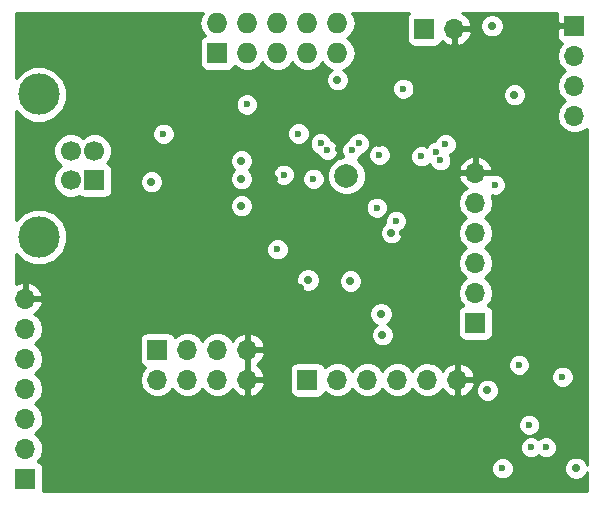
<source format=gbr>
%TF.GenerationSoftware,KiCad,Pcbnew,5.0.2*%
%TF.CreationDate,2019-03-11T08:20:50+08:00*%
%TF.ProjectId,elf2,656c6632-2e6b-4696-9361-645f70636258,rev?*%
%TF.SameCoordinates,Original*%
%TF.FileFunction,Copper,L2,Inr*%
%TF.FilePolarity,Positive*%
%FSLAX46Y46*%
G04 Gerber Fmt 4.6, Leading zero omitted, Abs format (unit mm)*
G04 Created by KiCad (PCBNEW 5.0.2) date 2019年03月11日 星期一 08时20分50秒*
%MOMM*%
%LPD*%
G01*
G04 APERTURE LIST*
%ADD10R,1.700000X1.700000*%
%ADD11O,1.700000X1.700000*%
%ADD12R,1.727200X1.727200*%
%ADD13O,1.727200X1.727200*%
%ADD14C,1.700000*%
%ADD15C,3.500000*%
%ADD16C,0.600000*%
%ADD17C,0.700000*%
%ADD18C,1.200000*%
%ADD19C,2.000000*%
%ADD20C,0.254000*%
%ADD21C,0.300000*%
%ADD22C,0.350000*%
G04 APERTURE END LIST*
D10*
X104648000Y-88138000D03*
D11*
X104648000Y-85598000D03*
X104648000Y-83058000D03*
X104648000Y-80518000D03*
X104648000Y-77978000D03*
X104648000Y-75438000D03*
X104648000Y-72898000D03*
D10*
X151130000Y-49784000D03*
D11*
X151130000Y-52324000D03*
X151130000Y-54864000D03*
X151130000Y-57404000D03*
D10*
X142748000Y-74930000D03*
D11*
X142748000Y-72390000D03*
X142748000Y-69850000D03*
X142748000Y-67310000D03*
X142748000Y-64770000D03*
X142748000Y-62230000D03*
D10*
X128524000Y-79756000D03*
D11*
X131064000Y-79756000D03*
X133604000Y-79756000D03*
X136144000Y-79756000D03*
X138684000Y-79756000D03*
X141224000Y-79756000D03*
D10*
X115824000Y-77216000D03*
D11*
X115824000Y-79756000D03*
X118364000Y-77216000D03*
X118364000Y-79756000D03*
X120904000Y-77216000D03*
X120904000Y-79756000D03*
X123444000Y-77216000D03*
X123444000Y-79756000D03*
D12*
X120904000Y-52070000D03*
D13*
X120904000Y-49530000D03*
X123444000Y-52070000D03*
X123444000Y-49530000D03*
X125984000Y-52070000D03*
X125984000Y-49530000D03*
X128524000Y-52070000D03*
X128524000Y-49530000D03*
X131064000Y-52070000D03*
X131064000Y-49530000D03*
D10*
X138430000Y-50038000D03*
D11*
X140970000Y-50038000D03*
D10*
X110490000Y-62865000D03*
D14*
X110490000Y-60365000D03*
X108490000Y-60365000D03*
X108490000Y-62865000D03*
D15*
X105780000Y-67635000D03*
X105780000Y-55595000D03*
D16*
X126502772Y-62384000D03*
X116332000Y-58928000D03*
D17*
X134620000Y-59690000D03*
X112014000Y-51308000D03*
X125730000Y-61722004D03*
X125730000Y-65242000D03*
X125729994Y-62738000D03*
X145796000Y-49276000D03*
X136652000Y-67310000D03*
X131191000Y-60198000D03*
X127873873Y-71993873D03*
D18*
X116840000Y-70485000D03*
D17*
X121285000Y-67818000D03*
X144272000Y-82677000D03*
D18*
X114554000Y-70485000D03*
X119253000Y-70485000D03*
D19*
X131826000Y-62484000D03*
D17*
X135636000Y-67310000D03*
X122936000Y-62738000D03*
X122936000Y-61214000D03*
D16*
X136629000Y-55095000D03*
D17*
X122936000Y-65024000D03*
X115316000Y-62992000D03*
X134874000Y-75946000D03*
X146050000Y-55626000D03*
X131064000Y-54356000D03*
X144145000Y-49784006D03*
X134747000Y-74168000D03*
X132156653Y-71397893D03*
X128561611Y-71306135D03*
X143764000Y-80645000D03*
X151257000Y-87249000D03*
D16*
X127762000Y-58901500D03*
X123391078Y-56440922D03*
X125984000Y-68707000D03*
X129032006Y-62734000D03*
X134620000Y-60706004D03*
X132870843Y-59737156D03*
X132305157Y-60302842D03*
X130203843Y-60302842D03*
X129638157Y-59737156D03*
X138176000Y-60833000D03*
X134395122Y-65180122D03*
X145034000Y-87249000D03*
X139781528Y-61168529D03*
X147447000Y-85471000D03*
X148717000Y-85471000D03*
X140208000Y-59817000D03*
X139446000Y-60452000D03*
X150114000Y-79502000D03*
X136017000Y-66294000D03*
X146431002Y-78486000D03*
X147293999Y-83566000D03*
X144399000Y-63246000D03*
D20*
G36*
X119492350Y-48945275D02*
X119376041Y-49530000D01*
X119492350Y-50114725D01*
X119818651Y-50603068D01*
X119792635Y-50608243D01*
X119582591Y-50748591D01*
X119442243Y-50958635D01*
X119392960Y-51206400D01*
X119392960Y-52933600D01*
X119442243Y-53181365D01*
X119582591Y-53391409D01*
X119792635Y-53531757D01*
X120040400Y-53581040D01*
X121767600Y-53581040D01*
X122015365Y-53531757D01*
X122225409Y-53391409D01*
X122365757Y-53181365D01*
X122370932Y-53155349D01*
X122859275Y-53481650D01*
X123296402Y-53568600D01*
X123591598Y-53568600D01*
X124028725Y-53481650D01*
X124524430Y-53150430D01*
X124714000Y-52866719D01*
X124903570Y-53150430D01*
X125399275Y-53481650D01*
X125836402Y-53568600D01*
X126131598Y-53568600D01*
X126568725Y-53481650D01*
X127064430Y-53150430D01*
X127254000Y-52866719D01*
X127443570Y-53150430D01*
X127939275Y-53481650D01*
X128376402Y-53568600D01*
X128671598Y-53568600D01*
X129108725Y-53481650D01*
X129604430Y-53150430D01*
X129794000Y-52866719D01*
X129983570Y-53150430D01*
X130479275Y-53481650D01*
X130561469Y-53497999D01*
X130506042Y-53520958D01*
X130228958Y-53798042D01*
X130079000Y-54160071D01*
X130079000Y-54551929D01*
X130228958Y-54913958D01*
X130506042Y-55191042D01*
X130868071Y-55341000D01*
X131259929Y-55341000D01*
X131621958Y-55191042D01*
X131899042Y-54913958D01*
X131901088Y-54909017D01*
X135694000Y-54909017D01*
X135694000Y-55280983D01*
X135836345Y-55624635D01*
X136099365Y-55887655D01*
X136443017Y-56030000D01*
X136814983Y-56030000D01*
X137158635Y-55887655D01*
X137421655Y-55624635D01*
X137502245Y-55430071D01*
X145065000Y-55430071D01*
X145065000Y-55821929D01*
X145214958Y-56183958D01*
X145492042Y-56461042D01*
X145854071Y-56611000D01*
X146245929Y-56611000D01*
X146607958Y-56461042D01*
X146885042Y-56183958D01*
X147035000Y-55821929D01*
X147035000Y-55430071D01*
X146885042Y-55068042D01*
X146607958Y-54790958D01*
X146245929Y-54641000D01*
X145854071Y-54641000D01*
X145492042Y-54790958D01*
X145214958Y-55068042D01*
X145065000Y-55430071D01*
X137502245Y-55430071D01*
X137564000Y-55280983D01*
X137564000Y-54909017D01*
X137421655Y-54565365D01*
X137158635Y-54302345D01*
X136814983Y-54160000D01*
X136443017Y-54160000D01*
X136099365Y-54302345D01*
X135836345Y-54565365D01*
X135694000Y-54909017D01*
X131901088Y-54909017D01*
X132049000Y-54551929D01*
X132049000Y-54160071D01*
X131899042Y-53798042D01*
X131621958Y-53520958D01*
X131566531Y-53497999D01*
X131648725Y-53481650D01*
X132144430Y-53150430D01*
X132475650Y-52654725D01*
X132591959Y-52070000D01*
X132475650Y-51485275D01*
X132144430Y-50989570D01*
X131860719Y-50800000D01*
X132144430Y-50610430D01*
X132475650Y-50114725D01*
X132591959Y-49530000D01*
X132475650Y-48945275D01*
X132322453Y-48716000D01*
X137143429Y-48716000D01*
X137122191Y-48730191D01*
X136981843Y-48940235D01*
X136932560Y-49188000D01*
X136932560Y-50888000D01*
X136981843Y-51135765D01*
X137122191Y-51345809D01*
X137332235Y-51486157D01*
X137580000Y-51535440D01*
X139280000Y-51535440D01*
X139527765Y-51486157D01*
X139737809Y-51345809D01*
X139878157Y-51135765D01*
X139898739Y-51032292D01*
X140203076Y-51309645D01*
X140613110Y-51479476D01*
X140843000Y-51358155D01*
X140843000Y-50165000D01*
X141097000Y-50165000D01*
X141097000Y-51358155D01*
X141326890Y-51479476D01*
X141736924Y-51309645D01*
X142165183Y-50919358D01*
X142411486Y-50394892D01*
X142290819Y-50165000D01*
X141097000Y-50165000D01*
X140843000Y-50165000D01*
X140823000Y-50165000D01*
X140823000Y-49911000D01*
X140843000Y-49911000D01*
X140843000Y-49891000D01*
X141097000Y-49891000D01*
X141097000Y-49911000D01*
X142290819Y-49911000D01*
X142411486Y-49681108D01*
X142367797Y-49588077D01*
X143160000Y-49588077D01*
X143160000Y-49979935D01*
X143309958Y-50341964D01*
X143587042Y-50619048D01*
X143949071Y-50769006D01*
X144340929Y-50769006D01*
X144702958Y-50619048D01*
X144980042Y-50341964D01*
X145130000Y-49979935D01*
X145130000Y-49588077D01*
X144980042Y-49226048D01*
X144702958Y-48948964D01*
X144340929Y-48799006D01*
X143949071Y-48799006D01*
X143587042Y-48948964D01*
X143309958Y-49226048D01*
X143160000Y-49588077D01*
X142367797Y-49588077D01*
X142165183Y-49156642D01*
X141736924Y-48766355D01*
X141615349Y-48716000D01*
X149682979Y-48716000D01*
X149645000Y-48807690D01*
X149645000Y-49498250D01*
X149803750Y-49657000D01*
X151003000Y-49657000D01*
X151003000Y-49637000D01*
X151257000Y-49637000D01*
X151257000Y-49657000D01*
X151277000Y-49657000D01*
X151277000Y-49911000D01*
X151257000Y-49911000D01*
X151257000Y-49931000D01*
X151003000Y-49931000D01*
X151003000Y-49911000D01*
X149803750Y-49911000D01*
X149645000Y-50069750D01*
X149645000Y-50760310D01*
X149741673Y-50993699D01*
X149920302Y-51172327D01*
X150081033Y-51238904D01*
X150059375Y-51253375D01*
X149731161Y-51744582D01*
X149615908Y-52324000D01*
X149731161Y-52903418D01*
X150059375Y-53394625D01*
X150357761Y-53594000D01*
X150059375Y-53793375D01*
X149731161Y-54284582D01*
X149615908Y-54864000D01*
X149731161Y-55443418D01*
X150059375Y-55934625D01*
X150357761Y-56134000D01*
X150059375Y-56333375D01*
X149731161Y-56824582D01*
X149615908Y-57404000D01*
X149731161Y-57983418D01*
X150059375Y-58474625D01*
X150550582Y-58802839D01*
X150983744Y-58889000D01*
X151276256Y-58889000D01*
X151709418Y-58802839D01*
X152198000Y-58476379D01*
X152198001Y-86946848D01*
X152092042Y-86691042D01*
X151814958Y-86413958D01*
X151452929Y-86264000D01*
X151061071Y-86264000D01*
X150699042Y-86413958D01*
X150421958Y-86691042D01*
X150272000Y-87053071D01*
X150272000Y-87444929D01*
X150421958Y-87806958D01*
X150699042Y-88084042D01*
X151061071Y-88234000D01*
X151452929Y-88234000D01*
X151814958Y-88084042D01*
X152092042Y-87806958D01*
X152198001Y-87551152D01*
X152198001Y-89206000D01*
X106102078Y-89206000D01*
X106145440Y-88988000D01*
X106145440Y-87288000D01*
X106100689Y-87063017D01*
X144099000Y-87063017D01*
X144099000Y-87434983D01*
X144241345Y-87778635D01*
X144504365Y-88041655D01*
X144848017Y-88184000D01*
X145219983Y-88184000D01*
X145563635Y-88041655D01*
X145826655Y-87778635D01*
X145969000Y-87434983D01*
X145969000Y-87063017D01*
X145826655Y-86719365D01*
X145563635Y-86456345D01*
X145219983Y-86314000D01*
X144848017Y-86314000D01*
X144504365Y-86456345D01*
X144241345Y-86719365D01*
X144099000Y-87063017D01*
X106100689Y-87063017D01*
X106096157Y-87040235D01*
X105955809Y-86830191D01*
X105745765Y-86689843D01*
X105700381Y-86680816D01*
X105718625Y-86668625D01*
X106046839Y-86177418D01*
X106162092Y-85598000D01*
X106099837Y-85285017D01*
X146512000Y-85285017D01*
X146512000Y-85656983D01*
X146654345Y-86000635D01*
X146917365Y-86263655D01*
X147261017Y-86406000D01*
X147632983Y-86406000D01*
X147976635Y-86263655D01*
X148082000Y-86158290D01*
X148187365Y-86263655D01*
X148531017Y-86406000D01*
X148902983Y-86406000D01*
X149246635Y-86263655D01*
X149509655Y-86000635D01*
X149652000Y-85656983D01*
X149652000Y-85285017D01*
X149509655Y-84941365D01*
X149246635Y-84678345D01*
X148902983Y-84536000D01*
X148531017Y-84536000D01*
X148187365Y-84678345D01*
X148082000Y-84783710D01*
X147976635Y-84678345D01*
X147632983Y-84536000D01*
X147261017Y-84536000D01*
X146917365Y-84678345D01*
X146654345Y-84941365D01*
X146512000Y-85285017D01*
X106099837Y-85285017D01*
X106046839Y-85018582D01*
X105718625Y-84527375D01*
X105420239Y-84328000D01*
X105718625Y-84128625D01*
X106046839Y-83637418D01*
X106098039Y-83380017D01*
X146358999Y-83380017D01*
X146358999Y-83751983D01*
X146501344Y-84095635D01*
X146764364Y-84358655D01*
X147108016Y-84501000D01*
X147479982Y-84501000D01*
X147823634Y-84358655D01*
X148086654Y-84095635D01*
X148228999Y-83751983D01*
X148228999Y-83380017D01*
X148086654Y-83036365D01*
X147823634Y-82773345D01*
X147479982Y-82631000D01*
X147108016Y-82631000D01*
X146764364Y-82773345D01*
X146501344Y-83036365D01*
X146358999Y-83380017D01*
X106098039Y-83380017D01*
X106162092Y-83058000D01*
X106046839Y-82478582D01*
X105718625Y-81987375D01*
X105420239Y-81788000D01*
X105718625Y-81588625D01*
X106046839Y-81097418D01*
X106162092Y-80518000D01*
X106046839Y-79938582D01*
X105924842Y-79756000D01*
X114309908Y-79756000D01*
X114425161Y-80335418D01*
X114753375Y-80826625D01*
X115244582Y-81154839D01*
X115677744Y-81241000D01*
X115970256Y-81241000D01*
X116403418Y-81154839D01*
X116894625Y-80826625D01*
X117094000Y-80528239D01*
X117293375Y-80826625D01*
X117784582Y-81154839D01*
X118217744Y-81241000D01*
X118510256Y-81241000D01*
X118943418Y-81154839D01*
X119434625Y-80826625D01*
X119634000Y-80528239D01*
X119833375Y-80826625D01*
X120324582Y-81154839D01*
X120757744Y-81241000D01*
X121050256Y-81241000D01*
X121483418Y-81154839D01*
X121974625Y-80826625D01*
X122187843Y-80507522D01*
X122248817Y-80637358D01*
X122677076Y-81027645D01*
X123087110Y-81197476D01*
X123317000Y-81076155D01*
X123317000Y-79883000D01*
X123571000Y-79883000D01*
X123571000Y-81076155D01*
X123800890Y-81197476D01*
X124210924Y-81027645D01*
X124639183Y-80637358D01*
X124885486Y-80112892D01*
X124764819Y-79883000D01*
X123571000Y-79883000D01*
X123317000Y-79883000D01*
X123297000Y-79883000D01*
X123297000Y-79629000D01*
X123317000Y-79629000D01*
X123317000Y-77343000D01*
X123571000Y-77343000D01*
X123571000Y-79629000D01*
X124764819Y-79629000D01*
X124885486Y-79399108D01*
X124653910Y-78906000D01*
X127026560Y-78906000D01*
X127026560Y-80606000D01*
X127075843Y-80853765D01*
X127216191Y-81063809D01*
X127426235Y-81204157D01*
X127674000Y-81253440D01*
X129374000Y-81253440D01*
X129621765Y-81204157D01*
X129831809Y-81063809D01*
X129972157Y-80853765D01*
X129981184Y-80808381D01*
X129993375Y-80826625D01*
X130484582Y-81154839D01*
X130917744Y-81241000D01*
X131210256Y-81241000D01*
X131643418Y-81154839D01*
X132134625Y-80826625D01*
X132334000Y-80528239D01*
X132533375Y-80826625D01*
X133024582Y-81154839D01*
X133457744Y-81241000D01*
X133750256Y-81241000D01*
X134183418Y-81154839D01*
X134674625Y-80826625D01*
X134874000Y-80528239D01*
X135073375Y-80826625D01*
X135564582Y-81154839D01*
X135997744Y-81241000D01*
X136290256Y-81241000D01*
X136723418Y-81154839D01*
X137214625Y-80826625D01*
X137414000Y-80528239D01*
X137613375Y-80826625D01*
X138104582Y-81154839D01*
X138537744Y-81241000D01*
X138830256Y-81241000D01*
X139263418Y-81154839D01*
X139754625Y-80826625D01*
X139967843Y-80507522D01*
X140028817Y-80637358D01*
X140457076Y-81027645D01*
X140867110Y-81197476D01*
X141097000Y-81076155D01*
X141097000Y-79883000D01*
X141351000Y-79883000D01*
X141351000Y-81076155D01*
X141580890Y-81197476D01*
X141990924Y-81027645D01*
X142419183Y-80637358D01*
X142507607Y-80449071D01*
X142779000Y-80449071D01*
X142779000Y-80840929D01*
X142928958Y-81202958D01*
X143206042Y-81480042D01*
X143568071Y-81630000D01*
X143959929Y-81630000D01*
X144321958Y-81480042D01*
X144599042Y-81202958D01*
X144749000Y-80840929D01*
X144749000Y-80449071D01*
X144599042Y-80087042D01*
X144321958Y-79809958D01*
X143959929Y-79660000D01*
X143568071Y-79660000D01*
X143206042Y-79809958D01*
X142928958Y-80087042D01*
X142779000Y-80449071D01*
X142507607Y-80449071D01*
X142665486Y-80112892D01*
X142544819Y-79883000D01*
X141351000Y-79883000D01*
X141097000Y-79883000D01*
X141077000Y-79883000D01*
X141077000Y-79629000D01*
X141097000Y-79629000D01*
X141097000Y-78435845D01*
X141351000Y-78435845D01*
X141351000Y-79629000D01*
X142544819Y-79629000D01*
X142665486Y-79399108D01*
X142419183Y-78874642D01*
X141990924Y-78484355D01*
X141580890Y-78314524D01*
X141351000Y-78435845D01*
X141097000Y-78435845D01*
X140867110Y-78314524D01*
X140457076Y-78484355D01*
X140028817Y-78874642D01*
X139967843Y-79004478D01*
X139754625Y-78685375D01*
X139263418Y-78357161D01*
X138976135Y-78300017D01*
X145496002Y-78300017D01*
X145496002Y-78671983D01*
X145638347Y-79015635D01*
X145901367Y-79278655D01*
X146245019Y-79421000D01*
X146616985Y-79421000D01*
X146870436Y-79316017D01*
X149179000Y-79316017D01*
X149179000Y-79687983D01*
X149321345Y-80031635D01*
X149584365Y-80294655D01*
X149928017Y-80437000D01*
X150299983Y-80437000D01*
X150643635Y-80294655D01*
X150906655Y-80031635D01*
X151049000Y-79687983D01*
X151049000Y-79316017D01*
X150906655Y-78972365D01*
X150643635Y-78709345D01*
X150299983Y-78567000D01*
X149928017Y-78567000D01*
X149584365Y-78709345D01*
X149321345Y-78972365D01*
X149179000Y-79316017D01*
X146870436Y-79316017D01*
X146960637Y-79278655D01*
X147223657Y-79015635D01*
X147366002Y-78671983D01*
X147366002Y-78300017D01*
X147223657Y-77956365D01*
X146960637Y-77693345D01*
X146616985Y-77551000D01*
X146245019Y-77551000D01*
X145901367Y-77693345D01*
X145638347Y-77956365D01*
X145496002Y-78300017D01*
X138976135Y-78300017D01*
X138830256Y-78271000D01*
X138537744Y-78271000D01*
X138104582Y-78357161D01*
X137613375Y-78685375D01*
X137414000Y-78983761D01*
X137214625Y-78685375D01*
X136723418Y-78357161D01*
X136290256Y-78271000D01*
X135997744Y-78271000D01*
X135564582Y-78357161D01*
X135073375Y-78685375D01*
X134874000Y-78983761D01*
X134674625Y-78685375D01*
X134183418Y-78357161D01*
X133750256Y-78271000D01*
X133457744Y-78271000D01*
X133024582Y-78357161D01*
X132533375Y-78685375D01*
X132334000Y-78983761D01*
X132134625Y-78685375D01*
X131643418Y-78357161D01*
X131210256Y-78271000D01*
X130917744Y-78271000D01*
X130484582Y-78357161D01*
X129993375Y-78685375D01*
X129981184Y-78703619D01*
X129972157Y-78658235D01*
X129831809Y-78448191D01*
X129621765Y-78307843D01*
X129374000Y-78258560D01*
X127674000Y-78258560D01*
X127426235Y-78307843D01*
X127216191Y-78448191D01*
X127075843Y-78658235D01*
X127026560Y-78906000D01*
X124653910Y-78906000D01*
X124639183Y-78874642D01*
X124212729Y-78486000D01*
X124639183Y-78097358D01*
X124885486Y-77572892D01*
X124764819Y-77343000D01*
X123571000Y-77343000D01*
X123317000Y-77343000D01*
X123297000Y-77343000D01*
X123297000Y-77089000D01*
X123317000Y-77089000D01*
X123317000Y-75895845D01*
X123571000Y-75895845D01*
X123571000Y-77089000D01*
X124764819Y-77089000D01*
X124885486Y-76859108D01*
X124639183Y-76334642D01*
X124210924Y-75944355D01*
X123800890Y-75774524D01*
X123571000Y-75895845D01*
X123317000Y-75895845D01*
X123087110Y-75774524D01*
X122677076Y-75944355D01*
X122248817Y-76334642D01*
X122187843Y-76464478D01*
X121974625Y-76145375D01*
X121483418Y-75817161D01*
X121050256Y-75731000D01*
X120757744Y-75731000D01*
X120324582Y-75817161D01*
X119833375Y-76145375D01*
X119634000Y-76443761D01*
X119434625Y-76145375D01*
X118943418Y-75817161D01*
X118510256Y-75731000D01*
X118217744Y-75731000D01*
X117784582Y-75817161D01*
X117293375Y-76145375D01*
X117281184Y-76163619D01*
X117272157Y-76118235D01*
X117131809Y-75908191D01*
X116921765Y-75767843D01*
X116674000Y-75718560D01*
X114974000Y-75718560D01*
X114726235Y-75767843D01*
X114516191Y-75908191D01*
X114375843Y-76118235D01*
X114326560Y-76366000D01*
X114326560Y-78066000D01*
X114375843Y-78313765D01*
X114516191Y-78523809D01*
X114726235Y-78664157D01*
X114771619Y-78673184D01*
X114753375Y-78685375D01*
X114425161Y-79176582D01*
X114309908Y-79756000D01*
X105924842Y-79756000D01*
X105718625Y-79447375D01*
X105420239Y-79248000D01*
X105718625Y-79048625D01*
X106046839Y-78557418D01*
X106162092Y-77978000D01*
X106046839Y-77398582D01*
X105718625Y-76907375D01*
X105420239Y-76708000D01*
X105718625Y-76508625D01*
X106046839Y-76017418D01*
X106162092Y-75438000D01*
X106046839Y-74858582D01*
X105718625Y-74367375D01*
X105399522Y-74154157D01*
X105529358Y-74093183D01*
X105639731Y-73972071D01*
X133762000Y-73972071D01*
X133762000Y-74363929D01*
X133911958Y-74725958D01*
X134189042Y-75003042D01*
X134382808Y-75083303D01*
X134316042Y-75110958D01*
X134038958Y-75388042D01*
X133889000Y-75750071D01*
X133889000Y-76141929D01*
X134038958Y-76503958D01*
X134316042Y-76781042D01*
X134678071Y-76931000D01*
X135069929Y-76931000D01*
X135431958Y-76781042D01*
X135709042Y-76503958D01*
X135859000Y-76141929D01*
X135859000Y-75750071D01*
X135709042Y-75388042D01*
X135431958Y-75110958D01*
X135238192Y-75030697D01*
X135304958Y-75003042D01*
X135582042Y-74725958D01*
X135732000Y-74363929D01*
X135732000Y-73972071D01*
X135582042Y-73610042D01*
X135304958Y-73332958D01*
X134942929Y-73183000D01*
X134551071Y-73183000D01*
X134189042Y-73332958D01*
X133911958Y-73610042D01*
X133762000Y-73972071D01*
X105639731Y-73972071D01*
X105919645Y-73664924D01*
X106089476Y-73254890D01*
X105968155Y-73025000D01*
X104775000Y-73025000D01*
X104775000Y-73045000D01*
X104521000Y-73045000D01*
X104521000Y-73025000D01*
X104501000Y-73025000D01*
X104501000Y-72771000D01*
X104521000Y-72771000D01*
X104521000Y-71577181D01*
X104775000Y-71577181D01*
X104775000Y-72771000D01*
X105968155Y-72771000D01*
X106089476Y-72541110D01*
X105919645Y-72131076D01*
X105529358Y-71702817D01*
X105004892Y-71456514D01*
X104775000Y-71577181D01*
X104521000Y-71577181D01*
X104291108Y-71456514D01*
X103834000Y-71671184D01*
X103834000Y-71110206D01*
X127576611Y-71110206D01*
X127576611Y-71502064D01*
X127726569Y-71864093D01*
X128003653Y-72141177D01*
X128365682Y-72291135D01*
X128757540Y-72291135D01*
X129119569Y-72141177D01*
X129396653Y-71864093D01*
X129546611Y-71502064D01*
X129546611Y-71201964D01*
X131171653Y-71201964D01*
X131171653Y-71593822D01*
X131321611Y-71955851D01*
X131598695Y-72232935D01*
X131960724Y-72382893D01*
X132352582Y-72382893D01*
X132714611Y-72232935D01*
X132991695Y-71955851D01*
X133141653Y-71593822D01*
X133141653Y-71201964D01*
X132991695Y-70839935D01*
X132714611Y-70562851D01*
X132352582Y-70412893D01*
X131960724Y-70412893D01*
X131598695Y-70562851D01*
X131321611Y-70839935D01*
X131171653Y-71201964D01*
X129546611Y-71201964D01*
X129546611Y-71110206D01*
X129396653Y-70748177D01*
X129119569Y-70471093D01*
X128757540Y-70321135D01*
X128365682Y-70321135D01*
X128003653Y-70471093D01*
X127726569Y-70748177D01*
X127576611Y-71110206D01*
X103834000Y-71110206D01*
X103834000Y-69061899D01*
X104429006Y-69656905D01*
X105305594Y-70020000D01*
X106254406Y-70020000D01*
X107130994Y-69656905D01*
X107801905Y-68985994D01*
X107994504Y-68521017D01*
X125049000Y-68521017D01*
X125049000Y-68892983D01*
X125191345Y-69236635D01*
X125454365Y-69499655D01*
X125798017Y-69642000D01*
X126169983Y-69642000D01*
X126513635Y-69499655D01*
X126776655Y-69236635D01*
X126919000Y-68892983D01*
X126919000Y-68521017D01*
X126776655Y-68177365D01*
X126513635Y-67914345D01*
X126169983Y-67772000D01*
X125798017Y-67772000D01*
X125454365Y-67914345D01*
X125191345Y-68177365D01*
X125049000Y-68521017D01*
X107994504Y-68521017D01*
X108165000Y-68109406D01*
X108165000Y-67160594D01*
X108145730Y-67114071D01*
X134651000Y-67114071D01*
X134651000Y-67505929D01*
X134800958Y-67867958D01*
X135078042Y-68145042D01*
X135440071Y-68295000D01*
X135831929Y-68295000D01*
X136193958Y-68145042D01*
X136471042Y-67867958D01*
X136621000Y-67505929D01*
X136621000Y-67114071D01*
X136591189Y-67042101D01*
X136809655Y-66823635D01*
X136952000Y-66479983D01*
X136952000Y-66108017D01*
X136809655Y-65764365D01*
X136546635Y-65501345D01*
X136202983Y-65359000D01*
X135831017Y-65359000D01*
X135487365Y-65501345D01*
X135224345Y-65764365D01*
X135082000Y-66108017D01*
X135082000Y-66473319D01*
X135078042Y-66474958D01*
X134800958Y-66752042D01*
X134651000Y-67114071D01*
X108145730Y-67114071D01*
X107801905Y-66284006D01*
X107130994Y-65613095D01*
X106254406Y-65250000D01*
X105305594Y-65250000D01*
X104429006Y-65613095D01*
X103834000Y-66208101D01*
X103834000Y-64828071D01*
X121951000Y-64828071D01*
X121951000Y-65219929D01*
X122100958Y-65581958D01*
X122378042Y-65859042D01*
X122740071Y-66009000D01*
X123131929Y-66009000D01*
X123493958Y-65859042D01*
X123771042Y-65581958D01*
X123921000Y-65219929D01*
X123921000Y-64994139D01*
X133460122Y-64994139D01*
X133460122Y-65366105D01*
X133602467Y-65709757D01*
X133865487Y-65972777D01*
X134209139Y-66115122D01*
X134581105Y-66115122D01*
X134924757Y-65972777D01*
X135187777Y-65709757D01*
X135330122Y-65366105D01*
X135330122Y-64994139D01*
X135237281Y-64770000D01*
X141233908Y-64770000D01*
X141349161Y-65349418D01*
X141677375Y-65840625D01*
X141975761Y-66040000D01*
X141677375Y-66239375D01*
X141349161Y-66730582D01*
X141233908Y-67310000D01*
X141349161Y-67889418D01*
X141677375Y-68380625D01*
X141975761Y-68580000D01*
X141677375Y-68779375D01*
X141349161Y-69270582D01*
X141233908Y-69850000D01*
X141349161Y-70429418D01*
X141677375Y-70920625D01*
X141975761Y-71120000D01*
X141677375Y-71319375D01*
X141349161Y-71810582D01*
X141233908Y-72390000D01*
X141349161Y-72969418D01*
X141677375Y-73460625D01*
X141695619Y-73472816D01*
X141650235Y-73481843D01*
X141440191Y-73622191D01*
X141299843Y-73832235D01*
X141250560Y-74080000D01*
X141250560Y-75780000D01*
X141299843Y-76027765D01*
X141440191Y-76237809D01*
X141650235Y-76378157D01*
X141898000Y-76427440D01*
X143598000Y-76427440D01*
X143845765Y-76378157D01*
X144055809Y-76237809D01*
X144196157Y-76027765D01*
X144245440Y-75780000D01*
X144245440Y-74080000D01*
X144196157Y-73832235D01*
X144055809Y-73622191D01*
X143845765Y-73481843D01*
X143800381Y-73472816D01*
X143818625Y-73460625D01*
X144146839Y-72969418D01*
X144262092Y-72390000D01*
X144146839Y-71810582D01*
X143818625Y-71319375D01*
X143520239Y-71120000D01*
X143818625Y-70920625D01*
X144146839Y-70429418D01*
X144262092Y-69850000D01*
X144146839Y-69270582D01*
X143818625Y-68779375D01*
X143520239Y-68580000D01*
X143818625Y-68380625D01*
X144146839Y-67889418D01*
X144262092Y-67310000D01*
X144146839Y-66730582D01*
X143818625Y-66239375D01*
X143520239Y-66040000D01*
X143818625Y-65840625D01*
X144146839Y-65349418D01*
X144262092Y-64770000D01*
X144146839Y-64190582D01*
X144112661Y-64139431D01*
X144213017Y-64181000D01*
X144584983Y-64181000D01*
X144928635Y-64038655D01*
X145191655Y-63775635D01*
X145334000Y-63431983D01*
X145334000Y-63060017D01*
X145191655Y-62716365D01*
X144928635Y-62453345D01*
X144584983Y-62311000D01*
X144213017Y-62311000D01*
X144074220Y-62368492D01*
X144068155Y-62357000D01*
X142875000Y-62357000D01*
X142875000Y-62377000D01*
X142621000Y-62377000D01*
X142621000Y-62357000D01*
X141427845Y-62357000D01*
X141306524Y-62586890D01*
X141476355Y-62996924D01*
X141866642Y-63425183D01*
X141996478Y-63486157D01*
X141677375Y-63699375D01*
X141349161Y-64190582D01*
X141233908Y-64770000D01*
X135237281Y-64770000D01*
X135187777Y-64650487D01*
X134924757Y-64387467D01*
X134581105Y-64245122D01*
X134209139Y-64245122D01*
X133865487Y-64387467D01*
X133602467Y-64650487D01*
X133460122Y-64994139D01*
X123921000Y-64994139D01*
X123921000Y-64828071D01*
X123771042Y-64466042D01*
X123493958Y-64188958D01*
X123131929Y-64039000D01*
X122740071Y-64039000D01*
X122378042Y-64188958D01*
X122100958Y-64466042D01*
X121951000Y-64828071D01*
X103834000Y-64828071D01*
X103834000Y-60069615D01*
X107005000Y-60069615D01*
X107005000Y-60660385D01*
X107231078Y-61206185D01*
X107639893Y-61615000D01*
X107231078Y-62023815D01*
X107005000Y-62569615D01*
X107005000Y-63160385D01*
X107231078Y-63706185D01*
X107648815Y-64123922D01*
X108194615Y-64350000D01*
X108785385Y-64350000D01*
X109194043Y-64180728D01*
X109392235Y-64313157D01*
X109640000Y-64362440D01*
X111340000Y-64362440D01*
X111587765Y-64313157D01*
X111797809Y-64172809D01*
X111938157Y-63962765D01*
X111987440Y-63715000D01*
X111987440Y-62796071D01*
X114331000Y-62796071D01*
X114331000Y-63187929D01*
X114480958Y-63549958D01*
X114758042Y-63827042D01*
X115120071Y-63977000D01*
X115511929Y-63977000D01*
X115873958Y-63827042D01*
X116151042Y-63549958D01*
X116301000Y-63187929D01*
X116301000Y-62796071D01*
X116151042Y-62434042D01*
X115873958Y-62156958D01*
X115511929Y-62007000D01*
X115120071Y-62007000D01*
X114758042Y-62156958D01*
X114480958Y-62434042D01*
X114331000Y-62796071D01*
X111987440Y-62796071D01*
X111987440Y-62015000D01*
X111938157Y-61767235D01*
X111797809Y-61557191D01*
X111587765Y-61416843D01*
X111546477Y-61408630D01*
X111748922Y-61206185D01*
X111826841Y-61018071D01*
X121951000Y-61018071D01*
X121951000Y-61409929D01*
X122100958Y-61771958D01*
X122305000Y-61976000D01*
X122100958Y-62180042D01*
X121951000Y-62542071D01*
X121951000Y-62933929D01*
X122100958Y-63295958D01*
X122378042Y-63573042D01*
X122740071Y-63723000D01*
X123131929Y-63723000D01*
X123493958Y-63573042D01*
X123771042Y-63295958D01*
X123921000Y-62933929D01*
X123921000Y-62542071D01*
X123778488Y-62198017D01*
X125567772Y-62198017D01*
X125567772Y-62569983D01*
X125710117Y-62913635D01*
X125973137Y-63176655D01*
X126316789Y-63319000D01*
X126688755Y-63319000D01*
X127032407Y-63176655D01*
X127295427Y-62913635D01*
X127437772Y-62569983D01*
X127437772Y-62548017D01*
X128097006Y-62548017D01*
X128097006Y-62919983D01*
X128239351Y-63263635D01*
X128502371Y-63526655D01*
X128846023Y-63669000D01*
X129217989Y-63669000D01*
X129561641Y-63526655D01*
X129824661Y-63263635D01*
X129967006Y-62919983D01*
X129967006Y-62548017D01*
X129824661Y-62204365D01*
X129779074Y-62158778D01*
X130191000Y-62158778D01*
X130191000Y-62809222D01*
X130439914Y-63410153D01*
X130899847Y-63870086D01*
X131500778Y-64119000D01*
X132151222Y-64119000D01*
X132752153Y-63870086D01*
X133212086Y-63410153D01*
X133461000Y-62809222D01*
X133461000Y-62158778D01*
X133212086Y-61557847D01*
X132774648Y-61120409D01*
X132834792Y-61095497D01*
X133097812Y-60832477D01*
X133186461Y-60618460D01*
X133400478Y-60529811D01*
X133410268Y-60520021D01*
X133685000Y-60520021D01*
X133685000Y-60891987D01*
X133827345Y-61235639D01*
X134090365Y-61498659D01*
X134434017Y-61641004D01*
X134805983Y-61641004D01*
X135149635Y-61498659D01*
X135412655Y-61235639D01*
X135555000Y-60891987D01*
X135555000Y-60647017D01*
X137241000Y-60647017D01*
X137241000Y-61018983D01*
X137383345Y-61362635D01*
X137646365Y-61625655D01*
X137990017Y-61768000D01*
X138361983Y-61768000D01*
X138705635Y-61625655D01*
X138884677Y-61446613D01*
X138988873Y-61698164D01*
X139251893Y-61961184D01*
X139595545Y-62103529D01*
X139967511Y-62103529D01*
X140311163Y-61961184D01*
X140399237Y-61873110D01*
X141306524Y-61873110D01*
X141427845Y-62103000D01*
X142621000Y-62103000D01*
X142621000Y-60909181D01*
X142875000Y-60909181D01*
X142875000Y-62103000D01*
X144068155Y-62103000D01*
X144189476Y-61873110D01*
X144019645Y-61463076D01*
X143629358Y-61034817D01*
X143104892Y-60788514D01*
X142875000Y-60909181D01*
X142621000Y-60909181D01*
X142391108Y-60788514D01*
X141866642Y-61034817D01*
X141476355Y-61463076D01*
X141306524Y-61873110D01*
X140399237Y-61873110D01*
X140574183Y-61698164D01*
X140716528Y-61354512D01*
X140716528Y-60982546D01*
X140587782Y-60671726D01*
X140737635Y-60609655D01*
X141000655Y-60346635D01*
X141143000Y-60002983D01*
X141143000Y-59631017D01*
X141000655Y-59287365D01*
X140737635Y-59024345D01*
X140393983Y-58882000D01*
X140022017Y-58882000D01*
X139678365Y-59024345D01*
X139415345Y-59287365D01*
X139320227Y-59517000D01*
X139260017Y-59517000D01*
X138916365Y-59659345D01*
X138653345Y-59922365D01*
X138619291Y-60004580D01*
X138361983Y-59898000D01*
X137990017Y-59898000D01*
X137646365Y-60040345D01*
X137383345Y-60303365D01*
X137241000Y-60647017D01*
X135555000Y-60647017D01*
X135555000Y-60520021D01*
X135412655Y-60176369D01*
X135149635Y-59913349D01*
X134805983Y-59771004D01*
X134434017Y-59771004D01*
X134090365Y-59913349D01*
X133827345Y-60176369D01*
X133685000Y-60520021D01*
X133410268Y-60520021D01*
X133663498Y-60266791D01*
X133805843Y-59923139D01*
X133805843Y-59551173D01*
X133663498Y-59207521D01*
X133400478Y-58944501D01*
X133056826Y-58802156D01*
X132684860Y-58802156D01*
X132341208Y-58944501D01*
X132078188Y-59207521D01*
X131989539Y-59421538D01*
X131775522Y-59510187D01*
X131512502Y-59773207D01*
X131370157Y-60116859D01*
X131370157Y-60488825D01*
X131512502Y-60832477D01*
X131529025Y-60849000D01*
X131500778Y-60849000D01*
X130899847Y-61097914D01*
X130439914Y-61557847D01*
X130191000Y-62158778D01*
X129779074Y-62158778D01*
X129561641Y-61941345D01*
X129217989Y-61799000D01*
X128846023Y-61799000D01*
X128502371Y-61941345D01*
X128239351Y-62204365D01*
X128097006Y-62548017D01*
X127437772Y-62548017D01*
X127437772Y-62198017D01*
X127295427Y-61854365D01*
X127032407Y-61591345D01*
X126688755Y-61449000D01*
X126316789Y-61449000D01*
X125973137Y-61591345D01*
X125710117Y-61854365D01*
X125567772Y-62198017D01*
X123778488Y-62198017D01*
X123771042Y-62180042D01*
X123567000Y-61976000D01*
X123771042Y-61771958D01*
X123921000Y-61409929D01*
X123921000Y-61018071D01*
X123771042Y-60656042D01*
X123493958Y-60378958D01*
X123131929Y-60229000D01*
X122740071Y-60229000D01*
X122378042Y-60378958D01*
X122100958Y-60656042D01*
X121951000Y-61018071D01*
X111826841Y-61018071D01*
X111975000Y-60660385D01*
X111975000Y-60069615D01*
X111748922Y-59523815D01*
X111331185Y-59106078D01*
X110785385Y-58880000D01*
X110194615Y-58880000D01*
X109648815Y-59106078D01*
X109490000Y-59264893D01*
X109331185Y-59106078D01*
X108785385Y-58880000D01*
X108194615Y-58880000D01*
X107648815Y-59106078D01*
X107231078Y-59523815D01*
X107005000Y-60069615D01*
X103834000Y-60069615D01*
X103834000Y-58742017D01*
X115397000Y-58742017D01*
X115397000Y-59113983D01*
X115539345Y-59457635D01*
X115802365Y-59720655D01*
X116146017Y-59863000D01*
X116517983Y-59863000D01*
X116861635Y-59720655D01*
X117124655Y-59457635D01*
X117267000Y-59113983D01*
X117267000Y-58742017D01*
X117256024Y-58715517D01*
X126827000Y-58715517D01*
X126827000Y-59087483D01*
X126969345Y-59431135D01*
X127232365Y-59694155D01*
X127576017Y-59836500D01*
X127947983Y-59836500D01*
X128291635Y-59694155D01*
X128434617Y-59551173D01*
X128703157Y-59551173D01*
X128703157Y-59923139D01*
X128845502Y-60266791D01*
X129108522Y-60529811D01*
X129322539Y-60618460D01*
X129411188Y-60832477D01*
X129674208Y-61095497D01*
X130017860Y-61237842D01*
X130389826Y-61237842D01*
X130733478Y-61095497D01*
X130996498Y-60832477D01*
X131138843Y-60488825D01*
X131138843Y-60116859D01*
X130996498Y-59773207D01*
X130733478Y-59510187D01*
X130519461Y-59421538D01*
X130430812Y-59207521D01*
X130167792Y-58944501D01*
X129824140Y-58802156D01*
X129452174Y-58802156D01*
X129108522Y-58944501D01*
X128845502Y-59207521D01*
X128703157Y-59551173D01*
X128434617Y-59551173D01*
X128554655Y-59431135D01*
X128697000Y-59087483D01*
X128697000Y-58715517D01*
X128554655Y-58371865D01*
X128291635Y-58108845D01*
X127947983Y-57966500D01*
X127576017Y-57966500D01*
X127232365Y-58108845D01*
X126969345Y-58371865D01*
X126827000Y-58715517D01*
X117256024Y-58715517D01*
X117124655Y-58398365D01*
X116861635Y-58135345D01*
X116517983Y-57993000D01*
X116146017Y-57993000D01*
X115802365Y-58135345D01*
X115539345Y-58398365D01*
X115397000Y-58742017D01*
X103834000Y-58742017D01*
X103834000Y-57021899D01*
X104429006Y-57616905D01*
X105305594Y-57980000D01*
X106254406Y-57980000D01*
X107130994Y-57616905D01*
X107801905Y-56945994D01*
X108088149Y-56254939D01*
X122456078Y-56254939D01*
X122456078Y-56626905D01*
X122598423Y-56970557D01*
X122861443Y-57233577D01*
X123205095Y-57375922D01*
X123577061Y-57375922D01*
X123920713Y-57233577D01*
X124183733Y-56970557D01*
X124326078Y-56626905D01*
X124326078Y-56254939D01*
X124183733Y-55911287D01*
X123920713Y-55648267D01*
X123577061Y-55505922D01*
X123205095Y-55505922D01*
X122861443Y-55648267D01*
X122598423Y-55911287D01*
X122456078Y-56254939D01*
X108088149Y-56254939D01*
X108165000Y-56069406D01*
X108165000Y-55120594D01*
X107801905Y-54244006D01*
X107130994Y-53573095D01*
X106254406Y-53210000D01*
X105305594Y-53210000D01*
X104429006Y-53573095D01*
X103834000Y-54168101D01*
X103834000Y-48716000D01*
X119645547Y-48716000D01*
X119492350Y-48945275D01*
X119492350Y-48945275D01*
G37*
X119492350Y-48945275D02*
X119376041Y-49530000D01*
X119492350Y-50114725D01*
X119818651Y-50603068D01*
X119792635Y-50608243D01*
X119582591Y-50748591D01*
X119442243Y-50958635D01*
X119392960Y-51206400D01*
X119392960Y-52933600D01*
X119442243Y-53181365D01*
X119582591Y-53391409D01*
X119792635Y-53531757D01*
X120040400Y-53581040D01*
X121767600Y-53581040D01*
X122015365Y-53531757D01*
X122225409Y-53391409D01*
X122365757Y-53181365D01*
X122370932Y-53155349D01*
X122859275Y-53481650D01*
X123296402Y-53568600D01*
X123591598Y-53568600D01*
X124028725Y-53481650D01*
X124524430Y-53150430D01*
X124714000Y-52866719D01*
X124903570Y-53150430D01*
X125399275Y-53481650D01*
X125836402Y-53568600D01*
X126131598Y-53568600D01*
X126568725Y-53481650D01*
X127064430Y-53150430D01*
X127254000Y-52866719D01*
X127443570Y-53150430D01*
X127939275Y-53481650D01*
X128376402Y-53568600D01*
X128671598Y-53568600D01*
X129108725Y-53481650D01*
X129604430Y-53150430D01*
X129794000Y-52866719D01*
X129983570Y-53150430D01*
X130479275Y-53481650D01*
X130561469Y-53497999D01*
X130506042Y-53520958D01*
X130228958Y-53798042D01*
X130079000Y-54160071D01*
X130079000Y-54551929D01*
X130228958Y-54913958D01*
X130506042Y-55191042D01*
X130868071Y-55341000D01*
X131259929Y-55341000D01*
X131621958Y-55191042D01*
X131899042Y-54913958D01*
X131901088Y-54909017D01*
X135694000Y-54909017D01*
X135694000Y-55280983D01*
X135836345Y-55624635D01*
X136099365Y-55887655D01*
X136443017Y-56030000D01*
X136814983Y-56030000D01*
X137158635Y-55887655D01*
X137421655Y-55624635D01*
X137502245Y-55430071D01*
X145065000Y-55430071D01*
X145065000Y-55821929D01*
X145214958Y-56183958D01*
X145492042Y-56461042D01*
X145854071Y-56611000D01*
X146245929Y-56611000D01*
X146607958Y-56461042D01*
X146885042Y-56183958D01*
X147035000Y-55821929D01*
X147035000Y-55430071D01*
X146885042Y-55068042D01*
X146607958Y-54790958D01*
X146245929Y-54641000D01*
X145854071Y-54641000D01*
X145492042Y-54790958D01*
X145214958Y-55068042D01*
X145065000Y-55430071D01*
X137502245Y-55430071D01*
X137564000Y-55280983D01*
X137564000Y-54909017D01*
X137421655Y-54565365D01*
X137158635Y-54302345D01*
X136814983Y-54160000D01*
X136443017Y-54160000D01*
X136099365Y-54302345D01*
X135836345Y-54565365D01*
X135694000Y-54909017D01*
X131901088Y-54909017D01*
X132049000Y-54551929D01*
X132049000Y-54160071D01*
X131899042Y-53798042D01*
X131621958Y-53520958D01*
X131566531Y-53497999D01*
X131648725Y-53481650D01*
X132144430Y-53150430D01*
X132475650Y-52654725D01*
X132591959Y-52070000D01*
X132475650Y-51485275D01*
X132144430Y-50989570D01*
X131860719Y-50800000D01*
X132144430Y-50610430D01*
X132475650Y-50114725D01*
X132591959Y-49530000D01*
X132475650Y-48945275D01*
X132322453Y-48716000D01*
X137143429Y-48716000D01*
X137122191Y-48730191D01*
X136981843Y-48940235D01*
X136932560Y-49188000D01*
X136932560Y-50888000D01*
X136981843Y-51135765D01*
X137122191Y-51345809D01*
X137332235Y-51486157D01*
X137580000Y-51535440D01*
X139280000Y-51535440D01*
X139527765Y-51486157D01*
X139737809Y-51345809D01*
X139878157Y-51135765D01*
X139898739Y-51032292D01*
X140203076Y-51309645D01*
X140613110Y-51479476D01*
X140843000Y-51358155D01*
X140843000Y-50165000D01*
X141097000Y-50165000D01*
X141097000Y-51358155D01*
X141326890Y-51479476D01*
X141736924Y-51309645D01*
X142165183Y-50919358D01*
X142411486Y-50394892D01*
X142290819Y-50165000D01*
X141097000Y-50165000D01*
X140843000Y-50165000D01*
X140823000Y-50165000D01*
X140823000Y-49911000D01*
X140843000Y-49911000D01*
X140843000Y-49891000D01*
X141097000Y-49891000D01*
X141097000Y-49911000D01*
X142290819Y-49911000D01*
X142411486Y-49681108D01*
X142367797Y-49588077D01*
X143160000Y-49588077D01*
X143160000Y-49979935D01*
X143309958Y-50341964D01*
X143587042Y-50619048D01*
X143949071Y-50769006D01*
X144340929Y-50769006D01*
X144702958Y-50619048D01*
X144980042Y-50341964D01*
X145130000Y-49979935D01*
X145130000Y-49588077D01*
X144980042Y-49226048D01*
X144702958Y-48948964D01*
X144340929Y-48799006D01*
X143949071Y-48799006D01*
X143587042Y-48948964D01*
X143309958Y-49226048D01*
X143160000Y-49588077D01*
X142367797Y-49588077D01*
X142165183Y-49156642D01*
X141736924Y-48766355D01*
X141615349Y-48716000D01*
X149682979Y-48716000D01*
X149645000Y-48807690D01*
X149645000Y-49498250D01*
X149803750Y-49657000D01*
X151003000Y-49657000D01*
X151003000Y-49637000D01*
X151257000Y-49637000D01*
X151257000Y-49657000D01*
X151277000Y-49657000D01*
X151277000Y-49911000D01*
X151257000Y-49911000D01*
X151257000Y-49931000D01*
X151003000Y-49931000D01*
X151003000Y-49911000D01*
X149803750Y-49911000D01*
X149645000Y-50069750D01*
X149645000Y-50760310D01*
X149741673Y-50993699D01*
X149920302Y-51172327D01*
X150081033Y-51238904D01*
X150059375Y-51253375D01*
X149731161Y-51744582D01*
X149615908Y-52324000D01*
X149731161Y-52903418D01*
X150059375Y-53394625D01*
X150357761Y-53594000D01*
X150059375Y-53793375D01*
X149731161Y-54284582D01*
X149615908Y-54864000D01*
X149731161Y-55443418D01*
X150059375Y-55934625D01*
X150357761Y-56134000D01*
X150059375Y-56333375D01*
X149731161Y-56824582D01*
X149615908Y-57404000D01*
X149731161Y-57983418D01*
X150059375Y-58474625D01*
X150550582Y-58802839D01*
X150983744Y-58889000D01*
X151276256Y-58889000D01*
X151709418Y-58802839D01*
X152198000Y-58476379D01*
X152198001Y-86946848D01*
X152092042Y-86691042D01*
X151814958Y-86413958D01*
X151452929Y-86264000D01*
X151061071Y-86264000D01*
X150699042Y-86413958D01*
X150421958Y-86691042D01*
X150272000Y-87053071D01*
X150272000Y-87444929D01*
X150421958Y-87806958D01*
X150699042Y-88084042D01*
X151061071Y-88234000D01*
X151452929Y-88234000D01*
X151814958Y-88084042D01*
X152092042Y-87806958D01*
X152198001Y-87551152D01*
X152198001Y-89206000D01*
X106102078Y-89206000D01*
X106145440Y-88988000D01*
X106145440Y-87288000D01*
X106100689Y-87063017D01*
X144099000Y-87063017D01*
X144099000Y-87434983D01*
X144241345Y-87778635D01*
X144504365Y-88041655D01*
X144848017Y-88184000D01*
X145219983Y-88184000D01*
X145563635Y-88041655D01*
X145826655Y-87778635D01*
X145969000Y-87434983D01*
X145969000Y-87063017D01*
X145826655Y-86719365D01*
X145563635Y-86456345D01*
X145219983Y-86314000D01*
X144848017Y-86314000D01*
X144504365Y-86456345D01*
X144241345Y-86719365D01*
X144099000Y-87063017D01*
X106100689Y-87063017D01*
X106096157Y-87040235D01*
X105955809Y-86830191D01*
X105745765Y-86689843D01*
X105700381Y-86680816D01*
X105718625Y-86668625D01*
X106046839Y-86177418D01*
X106162092Y-85598000D01*
X106099837Y-85285017D01*
X146512000Y-85285017D01*
X146512000Y-85656983D01*
X146654345Y-86000635D01*
X146917365Y-86263655D01*
X147261017Y-86406000D01*
X147632983Y-86406000D01*
X147976635Y-86263655D01*
X148082000Y-86158290D01*
X148187365Y-86263655D01*
X148531017Y-86406000D01*
X148902983Y-86406000D01*
X149246635Y-86263655D01*
X149509655Y-86000635D01*
X149652000Y-85656983D01*
X149652000Y-85285017D01*
X149509655Y-84941365D01*
X149246635Y-84678345D01*
X148902983Y-84536000D01*
X148531017Y-84536000D01*
X148187365Y-84678345D01*
X148082000Y-84783710D01*
X147976635Y-84678345D01*
X147632983Y-84536000D01*
X147261017Y-84536000D01*
X146917365Y-84678345D01*
X146654345Y-84941365D01*
X146512000Y-85285017D01*
X106099837Y-85285017D01*
X106046839Y-85018582D01*
X105718625Y-84527375D01*
X105420239Y-84328000D01*
X105718625Y-84128625D01*
X106046839Y-83637418D01*
X106098039Y-83380017D01*
X146358999Y-83380017D01*
X146358999Y-83751983D01*
X146501344Y-84095635D01*
X146764364Y-84358655D01*
X147108016Y-84501000D01*
X147479982Y-84501000D01*
X147823634Y-84358655D01*
X148086654Y-84095635D01*
X148228999Y-83751983D01*
X148228999Y-83380017D01*
X148086654Y-83036365D01*
X147823634Y-82773345D01*
X147479982Y-82631000D01*
X147108016Y-82631000D01*
X146764364Y-82773345D01*
X146501344Y-83036365D01*
X146358999Y-83380017D01*
X106098039Y-83380017D01*
X106162092Y-83058000D01*
X106046839Y-82478582D01*
X105718625Y-81987375D01*
X105420239Y-81788000D01*
X105718625Y-81588625D01*
X106046839Y-81097418D01*
X106162092Y-80518000D01*
X106046839Y-79938582D01*
X105924842Y-79756000D01*
X114309908Y-79756000D01*
X114425161Y-80335418D01*
X114753375Y-80826625D01*
X115244582Y-81154839D01*
X115677744Y-81241000D01*
X115970256Y-81241000D01*
X116403418Y-81154839D01*
X116894625Y-80826625D01*
X117094000Y-80528239D01*
X117293375Y-80826625D01*
X117784582Y-81154839D01*
X118217744Y-81241000D01*
X118510256Y-81241000D01*
X118943418Y-81154839D01*
X119434625Y-80826625D01*
X119634000Y-80528239D01*
X119833375Y-80826625D01*
X120324582Y-81154839D01*
X120757744Y-81241000D01*
X121050256Y-81241000D01*
X121483418Y-81154839D01*
X121974625Y-80826625D01*
X122187843Y-80507522D01*
X122248817Y-80637358D01*
X122677076Y-81027645D01*
X123087110Y-81197476D01*
X123317000Y-81076155D01*
X123317000Y-79883000D01*
X123571000Y-79883000D01*
X123571000Y-81076155D01*
X123800890Y-81197476D01*
X124210924Y-81027645D01*
X124639183Y-80637358D01*
X124885486Y-80112892D01*
X124764819Y-79883000D01*
X123571000Y-79883000D01*
X123317000Y-79883000D01*
X123297000Y-79883000D01*
X123297000Y-79629000D01*
X123317000Y-79629000D01*
X123317000Y-77343000D01*
X123571000Y-77343000D01*
X123571000Y-79629000D01*
X124764819Y-79629000D01*
X124885486Y-79399108D01*
X124653910Y-78906000D01*
X127026560Y-78906000D01*
X127026560Y-80606000D01*
X127075843Y-80853765D01*
X127216191Y-81063809D01*
X127426235Y-81204157D01*
X127674000Y-81253440D01*
X129374000Y-81253440D01*
X129621765Y-81204157D01*
X129831809Y-81063809D01*
X129972157Y-80853765D01*
X129981184Y-80808381D01*
X129993375Y-80826625D01*
X130484582Y-81154839D01*
X130917744Y-81241000D01*
X131210256Y-81241000D01*
X131643418Y-81154839D01*
X132134625Y-80826625D01*
X132334000Y-80528239D01*
X132533375Y-80826625D01*
X133024582Y-81154839D01*
X133457744Y-81241000D01*
X133750256Y-81241000D01*
X134183418Y-81154839D01*
X134674625Y-80826625D01*
X134874000Y-80528239D01*
X135073375Y-80826625D01*
X135564582Y-81154839D01*
X135997744Y-81241000D01*
X136290256Y-81241000D01*
X136723418Y-81154839D01*
X137214625Y-80826625D01*
X137414000Y-80528239D01*
X137613375Y-80826625D01*
X138104582Y-81154839D01*
X138537744Y-81241000D01*
X138830256Y-81241000D01*
X139263418Y-81154839D01*
X139754625Y-80826625D01*
X139967843Y-80507522D01*
X140028817Y-80637358D01*
X140457076Y-81027645D01*
X140867110Y-81197476D01*
X141097000Y-81076155D01*
X141097000Y-79883000D01*
X141351000Y-79883000D01*
X141351000Y-81076155D01*
X141580890Y-81197476D01*
X141990924Y-81027645D01*
X142419183Y-80637358D01*
X142507607Y-80449071D01*
X142779000Y-80449071D01*
X142779000Y-80840929D01*
X142928958Y-81202958D01*
X143206042Y-81480042D01*
X143568071Y-81630000D01*
X143959929Y-81630000D01*
X144321958Y-81480042D01*
X144599042Y-81202958D01*
X144749000Y-80840929D01*
X144749000Y-80449071D01*
X144599042Y-80087042D01*
X144321958Y-79809958D01*
X143959929Y-79660000D01*
X143568071Y-79660000D01*
X143206042Y-79809958D01*
X142928958Y-80087042D01*
X142779000Y-80449071D01*
X142507607Y-80449071D01*
X142665486Y-80112892D01*
X142544819Y-79883000D01*
X141351000Y-79883000D01*
X141097000Y-79883000D01*
X141077000Y-79883000D01*
X141077000Y-79629000D01*
X141097000Y-79629000D01*
X141097000Y-78435845D01*
X141351000Y-78435845D01*
X141351000Y-79629000D01*
X142544819Y-79629000D01*
X142665486Y-79399108D01*
X142419183Y-78874642D01*
X141990924Y-78484355D01*
X141580890Y-78314524D01*
X141351000Y-78435845D01*
X141097000Y-78435845D01*
X140867110Y-78314524D01*
X140457076Y-78484355D01*
X140028817Y-78874642D01*
X139967843Y-79004478D01*
X139754625Y-78685375D01*
X139263418Y-78357161D01*
X138976135Y-78300017D01*
X145496002Y-78300017D01*
X145496002Y-78671983D01*
X145638347Y-79015635D01*
X145901367Y-79278655D01*
X146245019Y-79421000D01*
X146616985Y-79421000D01*
X146870436Y-79316017D01*
X149179000Y-79316017D01*
X149179000Y-79687983D01*
X149321345Y-80031635D01*
X149584365Y-80294655D01*
X149928017Y-80437000D01*
X150299983Y-80437000D01*
X150643635Y-80294655D01*
X150906655Y-80031635D01*
X151049000Y-79687983D01*
X151049000Y-79316017D01*
X150906655Y-78972365D01*
X150643635Y-78709345D01*
X150299983Y-78567000D01*
X149928017Y-78567000D01*
X149584365Y-78709345D01*
X149321345Y-78972365D01*
X149179000Y-79316017D01*
X146870436Y-79316017D01*
X146960637Y-79278655D01*
X147223657Y-79015635D01*
X147366002Y-78671983D01*
X147366002Y-78300017D01*
X147223657Y-77956365D01*
X146960637Y-77693345D01*
X146616985Y-77551000D01*
X146245019Y-77551000D01*
X145901367Y-77693345D01*
X145638347Y-77956365D01*
X145496002Y-78300017D01*
X138976135Y-78300017D01*
X138830256Y-78271000D01*
X138537744Y-78271000D01*
X138104582Y-78357161D01*
X137613375Y-78685375D01*
X137414000Y-78983761D01*
X137214625Y-78685375D01*
X136723418Y-78357161D01*
X136290256Y-78271000D01*
X135997744Y-78271000D01*
X135564582Y-78357161D01*
X135073375Y-78685375D01*
X134874000Y-78983761D01*
X134674625Y-78685375D01*
X134183418Y-78357161D01*
X133750256Y-78271000D01*
X133457744Y-78271000D01*
X133024582Y-78357161D01*
X132533375Y-78685375D01*
X132334000Y-78983761D01*
X132134625Y-78685375D01*
X131643418Y-78357161D01*
X131210256Y-78271000D01*
X130917744Y-78271000D01*
X130484582Y-78357161D01*
X129993375Y-78685375D01*
X129981184Y-78703619D01*
X129972157Y-78658235D01*
X129831809Y-78448191D01*
X129621765Y-78307843D01*
X129374000Y-78258560D01*
X127674000Y-78258560D01*
X127426235Y-78307843D01*
X127216191Y-78448191D01*
X127075843Y-78658235D01*
X127026560Y-78906000D01*
X124653910Y-78906000D01*
X124639183Y-78874642D01*
X124212729Y-78486000D01*
X124639183Y-78097358D01*
X124885486Y-77572892D01*
X124764819Y-77343000D01*
X123571000Y-77343000D01*
X123317000Y-77343000D01*
X123297000Y-77343000D01*
X123297000Y-77089000D01*
X123317000Y-77089000D01*
X123317000Y-75895845D01*
X123571000Y-75895845D01*
X123571000Y-77089000D01*
X124764819Y-77089000D01*
X124885486Y-76859108D01*
X124639183Y-76334642D01*
X124210924Y-75944355D01*
X123800890Y-75774524D01*
X123571000Y-75895845D01*
X123317000Y-75895845D01*
X123087110Y-75774524D01*
X122677076Y-75944355D01*
X122248817Y-76334642D01*
X122187843Y-76464478D01*
X121974625Y-76145375D01*
X121483418Y-75817161D01*
X121050256Y-75731000D01*
X120757744Y-75731000D01*
X120324582Y-75817161D01*
X119833375Y-76145375D01*
X119634000Y-76443761D01*
X119434625Y-76145375D01*
X118943418Y-75817161D01*
X118510256Y-75731000D01*
X118217744Y-75731000D01*
X117784582Y-75817161D01*
X117293375Y-76145375D01*
X117281184Y-76163619D01*
X117272157Y-76118235D01*
X117131809Y-75908191D01*
X116921765Y-75767843D01*
X116674000Y-75718560D01*
X114974000Y-75718560D01*
X114726235Y-75767843D01*
X114516191Y-75908191D01*
X114375843Y-76118235D01*
X114326560Y-76366000D01*
X114326560Y-78066000D01*
X114375843Y-78313765D01*
X114516191Y-78523809D01*
X114726235Y-78664157D01*
X114771619Y-78673184D01*
X114753375Y-78685375D01*
X114425161Y-79176582D01*
X114309908Y-79756000D01*
X105924842Y-79756000D01*
X105718625Y-79447375D01*
X105420239Y-79248000D01*
X105718625Y-79048625D01*
X106046839Y-78557418D01*
X106162092Y-77978000D01*
X106046839Y-77398582D01*
X105718625Y-76907375D01*
X105420239Y-76708000D01*
X105718625Y-76508625D01*
X106046839Y-76017418D01*
X106162092Y-75438000D01*
X106046839Y-74858582D01*
X105718625Y-74367375D01*
X105399522Y-74154157D01*
X105529358Y-74093183D01*
X105639731Y-73972071D01*
X133762000Y-73972071D01*
X133762000Y-74363929D01*
X133911958Y-74725958D01*
X134189042Y-75003042D01*
X134382808Y-75083303D01*
X134316042Y-75110958D01*
X134038958Y-75388042D01*
X133889000Y-75750071D01*
X133889000Y-76141929D01*
X134038958Y-76503958D01*
X134316042Y-76781042D01*
X134678071Y-76931000D01*
X135069929Y-76931000D01*
X135431958Y-76781042D01*
X135709042Y-76503958D01*
X135859000Y-76141929D01*
X135859000Y-75750071D01*
X135709042Y-75388042D01*
X135431958Y-75110958D01*
X135238192Y-75030697D01*
X135304958Y-75003042D01*
X135582042Y-74725958D01*
X135732000Y-74363929D01*
X135732000Y-73972071D01*
X135582042Y-73610042D01*
X135304958Y-73332958D01*
X134942929Y-73183000D01*
X134551071Y-73183000D01*
X134189042Y-73332958D01*
X133911958Y-73610042D01*
X133762000Y-73972071D01*
X105639731Y-73972071D01*
X105919645Y-73664924D01*
X106089476Y-73254890D01*
X105968155Y-73025000D01*
X104775000Y-73025000D01*
X104775000Y-73045000D01*
X104521000Y-73045000D01*
X104521000Y-73025000D01*
X104501000Y-73025000D01*
X104501000Y-72771000D01*
X104521000Y-72771000D01*
X104521000Y-71577181D01*
X104775000Y-71577181D01*
X104775000Y-72771000D01*
X105968155Y-72771000D01*
X106089476Y-72541110D01*
X105919645Y-72131076D01*
X105529358Y-71702817D01*
X105004892Y-71456514D01*
X104775000Y-71577181D01*
X104521000Y-71577181D01*
X104291108Y-71456514D01*
X103834000Y-71671184D01*
X103834000Y-71110206D01*
X127576611Y-71110206D01*
X127576611Y-71502064D01*
X127726569Y-71864093D01*
X128003653Y-72141177D01*
X128365682Y-72291135D01*
X128757540Y-72291135D01*
X129119569Y-72141177D01*
X129396653Y-71864093D01*
X129546611Y-71502064D01*
X129546611Y-71201964D01*
X131171653Y-71201964D01*
X131171653Y-71593822D01*
X131321611Y-71955851D01*
X131598695Y-72232935D01*
X131960724Y-72382893D01*
X132352582Y-72382893D01*
X132714611Y-72232935D01*
X132991695Y-71955851D01*
X133141653Y-71593822D01*
X133141653Y-71201964D01*
X132991695Y-70839935D01*
X132714611Y-70562851D01*
X132352582Y-70412893D01*
X131960724Y-70412893D01*
X131598695Y-70562851D01*
X131321611Y-70839935D01*
X131171653Y-71201964D01*
X129546611Y-71201964D01*
X129546611Y-71110206D01*
X129396653Y-70748177D01*
X129119569Y-70471093D01*
X128757540Y-70321135D01*
X128365682Y-70321135D01*
X128003653Y-70471093D01*
X127726569Y-70748177D01*
X127576611Y-71110206D01*
X103834000Y-71110206D01*
X103834000Y-69061899D01*
X104429006Y-69656905D01*
X105305594Y-70020000D01*
X106254406Y-70020000D01*
X107130994Y-69656905D01*
X107801905Y-68985994D01*
X107994504Y-68521017D01*
X125049000Y-68521017D01*
X125049000Y-68892983D01*
X125191345Y-69236635D01*
X125454365Y-69499655D01*
X125798017Y-69642000D01*
X126169983Y-69642000D01*
X126513635Y-69499655D01*
X126776655Y-69236635D01*
X126919000Y-68892983D01*
X126919000Y-68521017D01*
X126776655Y-68177365D01*
X126513635Y-67914345D01*
X126169983Y-67772000D01*
X125798017Y-67772000D01*
X125454365Y-67914345D01*
X125191345Y-68177365D01*
X125049000Y-68521017D01*
X107994504Y-68521017D01*
X108165000Y-68109406D01*
X108165000Y-67160594D01*
X108145730Y-67114071D01*
X134651000Y-67114071D01*
X134651000Y-67505929D01*
X134800958Y-67867958D01*
X135078042Y-68145042D01*
X135440071Y-68295000D01*
X135831929Y-68295000D01*
X136193958Y-68145042D01*
X136471042Y-67867958D01*
X136621000Y-67505929D01*
X136621000Y-67114071D01*
X136591189Y-67042101D01*
X136809655Y-66823635D01*
X136952000Y-66479983D01*
X136952000Y-66108017D01*
X136809655Y-65764365D01*
X136546635Y-65501345D01*
X136202983Y-65359000D01*
X135831017Y-65359000D01*
X135487365Y-65501345D01*
X135224345Y-65764365D01*
X135082000Y-66108017D01*
X135082000Y-66473319D01*
X135078042Y-66474958D01*
X134800958Y-66752042D01*
X134651000Y-67114071D01*
X108145730Y-67114071D01*
X107801905Y-66284006D01*
X107130994Y-65613095D01*
X106254406Y-65250000D01*
X105305594Y-65250000D01*
X104429006Y-65613095D01*
X103834000Y-66208101D01*
X103834000Y-64828071D01*
X121951000Y-64828071D01*
X121951000Y-65219929D01*
X122100958Y-65581958D01*
X122378042Y-65859042D01*
X122740071Y-66009000D01*
X123131929Y-66009000D01*
X123493958Y-65859042D01*
X123771042Y-65581958D01*
X123921000Y-65219929D01*
X123921000Y-64994139D01*
X133460122Y-64994139D01*
X133460122Y-65366105D01*
X133602467Y-65709757D01*
X133865487Y-65972777D01*
X134209139Y-66115122D01*
X134581105Y-66115122D01*
X134924757Y-65972777D01*
X135187777Y-65709757D01*
X135330122Y-65366105D01*
X135330122Y-64994139D01*
X135237281Y-64770000D01*
X141233908Y-64770000D01*
X141349161Y-65349418D01*
X141677375Y-65840625D01*
X141975761Y-66040000D01*
X141677375Y-66239375D01*
X141349161Y-66730582D01*
X141233908Y-67310000D01*
X141349161Y-67889418D01*
X141677375Y-68380625D01*
X141975761Y-68580000D01*
X141677375Y-68779375D01*
X141349161Y-69270582D01*
X141233908Y-69850000D01*
X141349161Y-70429418D01*
X141677375Y-70920625D01*
X141975761Y-71120000D01*
X141677375Y-71319375D01*
X141349161Y-71810582D01*
X141233908Y-72390000D01*
X141349161Y-72969418D01*
X141677375Y-73460625D01*
X141695619Y-73472816D01*
X141650235Y-73481843D01*
X141440191Y-73622191D01*
X141299843Y-73832235D01*
X141250560Y-74080000D01*
X141250560Y-75780000D01*
X141299843Y-76027765D01*
X141440191Y-76237809D01*
X141650235Y-76378157D01*
X141898000Y-76427440D01*
X143598000Y-76427440D01*
X143845765Y-76378157D01*
X144055809Y-76237809D01*
X144196157Y-76027765D01*
X144245440Y-75780000D01*
X144245440Y-74080000D01*
X144196157Y-73832235D01*
X144055809Y-73622191D01*
X143845765Y-73481843D01*
X143800381Y-73472816D01*
X143818625Y-73460625D01*
X144146839Y-72969418D01*
X144262092Y-72390000D01*
X144146839Y-71810582D01*
X143818625Y-71319375D01*
X143520239Y-71120000D01*
X143818625Y-70920625D01*
X144146839Y-70429418D01*
X144262092Y-69850000D01*
X144146839Y-69270582D01*
X143818625Y-68779375D01*
X143520239Y-68580000D01*
X143818625Y-68380625D01*
X144146839Y-67889418D01*
X144262092Y-67310000D01*
X144146839Y-66730582D01*
X143818625Y-66239375D01*
X143520239Y-66040000D01*
X143818625Y-65840625D01*
X144146839Y-65349418D01*
X144262092Y-64770000D01*
X144146839Y-64190582D01*
X144112661Y-64139431D01*
X144213017Y-64181000D01*
X144584983Y-64181000D01*
X144928635Y-64038655D01*
X145191655Y-63775635D01*
X145334000Y-63431983D01*
X145334000Y-63060017D01*
X145191655Y-62716365D01*
X144928635Y-62453345D01*
X144584983Y-62311000D01*
X144213017Y-62311000D01*
X144074220Y-62368492D01*
X144068155Y-62357000D01*
X142875000Y-62357000D01*
X142875000Y-62377000D01*
X142621000Y-62377000D01*
X142621000Y-62357000D01*
X141427845Y-62357000D01*
X141306524Y-62586890D01*
X141476355Y-62996924D01*
X141866642Y-63425183D01*
X141996478Y-63486157D01*
X141677375Y-63699375D01*
X141349161Y-64190582D01*
X141233908Y-64770000D01*
X135237281Y-64770000D01*
X135187777Y-64650487D01*
X134924757Y-64387467D01*
X134581105Y-64245122D01*
X134209139Y-64245122D01*
X133865487Y-64387467D01*
X133602467Y-64650487D01*
X133460122Y-64994139D01*
X123921000Y-64994139D01*
X123921000Y-64828071D01*
X123771042Y-64466042D01*
X123493958Y-64188958D01*
X123131929Y-64039000D01*
X122740071Y-64039000D01*
X122378042Y-64188958D01*
X122100958Y-64466042D01*
X121951000Y-64828071D01*
X103834000Y-64828071D01*
X103834000Y-60069615D01*
X107005000Y-60069615D01*
X107005000Y-60660385D01*
X107231078Y-61206185D01*
X107639893Y-61615000D01*
X107231078Y-62023815D01*
X107005000Y-62569615D01*
X107005000Y-63160385D01*
X107231078Y-63706185D01*
X107648815Y-64123922D01*
X108194615Y-64350000D01*
X108785385Y-64350000D01*
X109194043Y-64180728D01*
X109392235Y-64313157D01*
X109640000Y-64362440D01*
X111340000Y-64362440D01*
X111587765Y-64313157D01*
X111797809Y-64172809D01*
X111938157Y-63962765D01*
X111987440Y-63715000D01*
X111987440Y-62796071D01*
X114331000Y-62796071D01*
X114331000Y-63187929D01*
X114480958Y-63549958D01*
X114758042Y-63827042D01*
X115120071Y-63977000D01*
X115511929Y-63977000D01*
X115873958Y-63827042D01*
X116151042Y-63549958D01*
X116301000Y-63187929D01*
X116301000Y-62796071D01*
X116151042Y-62434042D01*
X115873958Y-62156958D01*
X115511929Y-62007000D01*
X115120071Y-62007000D01*
X114758042Y-62156958D01*
X114480958Y-62434042D01*
X114331000Y-62796071D01*
X111987440Y-62796071D01*
X111987440Y-62015000D01*
X111938157Y-61767235D01*
X111797809Y-61557191D01*
X111587765Y-61416843D01*
X111546477Y-61408630D01*
X111748922Y-61206185D01*
X111826841Y-61018071D01*
X121951000Y-61018071D01*
X121951000Y-61409929D01*
X122100958Y-61771958D01*
X122305000Y-61976000D01*
X122100958Y-62180042D01*
X121951000Y-62542071D01*
X121951000Y-62933929D01*
X122100958Y-63295958D01*
X122378042Y-63573042D01*
X122740071Y-63723000D01*
X123131929Y-63723000D01*
X123493958Y-63573042D01*
X123771042Y-63295958D01*
X123921000Y-62933929D01*
X123921000Y-62542071D01*
X123778488Y-62198017D01*
X125567772Y-62198017D01*
X125567772Y-62569983D01*
X125710117Y-62913635D01*
X125973137Y-63176655D01*
X126316789Y-63319000D01*
X126688755Y-63319000D01*
X127032407Y-63176655D01*
X127295427Y-62913635D01*
X127437772Y-62569983D01*
X127437772Y-62548017D01*
X128097006Y-62548017D01*
X128097006Y-62919983D01*
X128239351Y-63263635D01*
X128502371Y-63526655D01*
X128846023Y-63669000D01*
X129217989Y-63669000D01*
X129561641Y-63526655D01*
X129824661Y-63263635D01*
X129967006Y-62919983D01*
X129967006Y-62548017D01*
X129824661Y-62204365D01*
X129779074Y-62158778D01*
X130191000Y-62158778D01*
X130191000Y-62809222D01*
X130439914Y-63410153D01*
X130899847Y-63870086D01*
X131500778Y-64119000D01*
X132151222Y-64119000D01*
X132752153Y-63870086D01*
X133212086Y-63410153D01*
X133461000Y-62809222D01*
X133461000Y-62158778D01*
X133212086Y-61557847D01*
X132774648Y-61120409D01*
X132834792Y-61095497D01*
X133097812Y-60832477D01*
X133186461Y-60618460D01*
X133400478Y-60529811D01*
X133410268Y-60520021D01*
X133685000Y-60520021D01*
X133685000Y-60891987D01*
X133827345Y-61235639D01*
X134090365Y-61498659D01*
X134434017Y-61641004D01*
X134805983Y-61641004D01*
X135149635Y-61498659D01*
X135412655Y-61235639D01*
X135555000Y-60891987D01*
X135555000Y-60647017D01*
X137241000Y-60647017D01*
X137241000Y-61018983D01*
X137383345Y-61362635D01*
X137646365Y-61625655D01*
X137990017Y-61768000D01*
X138361983Y-61768000D01*
X138705635Y-61625655D01*
X138884677Y-61446613D01*
X138988873Y-61698164D01*
X139251893Y-61961184D01*
X139595545Y-62103529D01*
X139967511Y-62103529D01*
X140311163Y-61961184D01*
X140399237Y-61873110D01*
X141306524Y-61873110D01*
X141427845Y-62103000D01*
X142621000Y-62103000D01*
X142621000Y-60909181D01*
X142875000Y-60909181D01*
X142875000Y-62103000D01*
X144068155Y-62103000D01*
X144189476Y-61873110D01*
X144019645Y-61463076D01*
X143629358Y-61034817D01*
X143104892Y-60788514D01*
X142875000Y-60909181D01*
X142621000Y-60909181D01*
X142391108Y-60788514D01*
X141866642Y-61034817D01*
X141476355Y-61463076D01*
X141306524Y-61873110D01*
X140399237Y-61873110D01*
X140574183Y-61698164D01*
X140716528Y-61354512D01*
X140716528Y-60982546D01*
X140587782Y-60671726D01*
X140737635Y-60609655D01*
X141000655Y-60346635D01*
X141143000Y-60002983D01*
X141143000Y-59631017D01*
X141000655Y-59287365D01*
X140737635Y-59024345D01*
X140393983Y-58882000D01*
X140022017Y-58882000D01*
X139678365Y-59024345D01*
X139415345Y-59287365D01*
X139320227Y-59517000D01*
X139260017Y-59517000D01*
X138916365Y-59659345D01*
X138653345Y-59922365D01*
X138619291Y-60004580D01*
X138361983Y-59898000D01*
X137990017Y-59898000D01*
X137646365Y-60040345D01*
X137383345Y-60303365D01*
X137241000Y-60647017D01*
X135555000Y-60647017D01*
X135555000Y-60520021D01*
X135412655Y-60176369D01*
X135149635Y-59913349D01*
X134805983Y-59771004D01*
X134434017Y-59771004D01*
X134090365Y-59913349D01*
X133827345Y-60176369D01*
X133685000Y-60520021D01*
X133410268Y-60520021D01*
X133663498Y-60266791D01*
X133805843Y-59923139D01*
X133805843Y-59551173D01*
X133663498Y-59207521D01*
X133400478Y-58944501D01*
X133056826Y-58802156D01*
X132684860Y-58802156D01*
X132341208Y-58944501D01*
X132078188Y-59207521D01*
X131989539Y-59421538D01*
X131775522Y-59510187D01*
X131512502Y-59773207D01*
X131370157Y-60116859D01*
X131370157Y-60488825D01*
X131512502Y-60832477D01*
X131529025Y-60849000D01*
X131500778Y-60849000D01*
X130899847Y-61097914D01*
X130439914Y-61557847D01*
X130191000Y-62158778D01*
X129779074Y-62158778D01*
X129561641Y-61941345D01*
X129217989Y-61799000D01*
X128846023Y-61799000D01*
X128502371Y-61941345D01*
X128239351Y-62204365D01*
X128097006Y-62548017D01*
X127437772Y-62548017D01*
X127437772Y-62198017D01*
X127295427Y-61854365D01*
X127032407Y-61591345D01*
X126688755Y-61449000D01*
X126316789Y-61449000D01*
X125973137Y-61591345D01*
X125710117Y-61854365D01*
X125567772Y-62198017D01*
X123778488Y-62198017D01*
X123771042Y-62180042D01*
X123567000Y-61976000D01*
X123771042Y-61771958D01*
X123921000Y-61409929D01*
X123921000Y-61018071D01*
X123771042Y-60656042D01*
X123493958Y-60378958D01*
X123131929Y-60229000D01*
X122740071Y-60229000D01*
X122378042Y-60378958D01*
X122100958Y-60656042D01*
X121951000Y-61018071D01*
X111826841Y-61018071D01*
X111975000Y-60660385D01*
X111975000Y-60069615D01*
X111748922Y-59523815D01*
X111331185Y-59106078D01*
X110785385Y-58880000D01*
X110194615Y-58880000D01*
X109648815Y-59106078D01*
X109490000Y-59264893D01*
X109331185Y-59106078D01*
X108785385Y-58880000D01*
X108194615Y-58880000D01*
X107648815Y-59106078D01*
X107231078Y-59523815D01*
X107005000Y-60069615D01*
X103834000Y-60069615D01*
X103834000Y-58742017D01*
X115397000Y-58742017D01*
X115397000Y-59113983D01*
X115539345Y-59457635D01*
X115802365Y-59720655D01*
X116146017Y-59863000D01*
X116517983Y-59863000D01*
X116861635Y-59720655D01*
X117124655Y-59457635D01*
X117267000Y-59113983D01*
X117267000Y-58742017D01*
X117256024Y-58715517D01*
X126827000Y-58715517D01*
X126827000Y-59087483D01*
X126969345Y-59431135D01*
X127232365Y-59694155D01*
X127576017Y-59836500D01*
X127947983Y-59836500D01*
X128291635Y-59694155D01*
X128434617Y-59551173D01*
X128703157Y-59551173D01*
X128703157Y-59923139D01*
X128845502Y-60266791D01*
X129108522Y-60529811D01*
X129322539Y-60618460D01*
X129411188Y-60832477D01*
X129674208Y-61095497D01*
X130017860Y-61237842D01*
X130389826Y-61237842D01*
X130733478Y-61095497D01*
X130996498Y-60832477D01*
X131138843Y-60488825D01*
X131138843Y-60116859D01*
X130996498Y-59773207D01*
X130733478Y-59510187D01*
X130519461Y-59421538D01*
X130430812Y-59207521D01*
X130167792Y-58944501D01*
X129824140Y-58802156D01*
X129452174Y-58802156D01*
X129108522Y-58944501D01*
X128845502Y-59207521D01*
X128703157Y-59551173D01*
X128434617Y-59551173D01*
X128554655Y-59431135D01*
X128697000Y-59087483D01*
X128697000Y-58715517D01*
X128554655Y-58371865D01*
X128291635Y-58108845D01*
X127947983Y-57966500D01*
X127576017Y-57966500D01*
X127232365Y-58108845D01*
X126969345Y-58371865D01*
X126827000Y-58715517D01*
X117256024Y-58715517D01*
X117124655Y-58398365D01*
X116861635Y-58135345D01*
X116517983Y-57993000D01*
X116146017Y-57993000D01*
X115802365Y-58135345D01*
X115539345Y-58398365D01*
X115397000Y-58742017D01*
X103834000Y-58742017D01*
X103834000Y-57021899D01*
X104429006Y-57616905D01*
X105305594Y-57980000D01*
X106254406Y-57980000D01*
X107130994Y-57616905D01*
X107801905Y-56945994D01*
X108088149Y-56254939D01*
X122456078Y-56254939D01*
X122456078Y-56626905D01*
X122598423Y-56970557D01*
X122861443Y-57233577D01*
X123205095Y-57375922D01*
X123577061Y-57375922D01*
X123920713Y-57233577D01*
X124183733Y-56970557D01*
X124326078Y-56626905D01*
X124326078Y-56254939D01*
X124183733Y-55911287D01*
X123920713Y-55648267D01*
X123577061Y-55505922D01*
X123205095Y-55505922D01*
X122861443Y-55648267D01*
X122598423Y-55911287D01*
X122456078Y-56254939D01*
X108088149Y-56254939D01*
X108165000Y-56069406D01*
X108165000Y-55120594D01*
X107801905Y-54244006D01*
X107130994Y-53573095D01*
X106254406Y-53210000D01*
X105305594Y-53210000D01*
X104429006Y-53573095D01*
X103834000Y-54168101D01*
X103834000Y-48716000D01*
X119645547Y-48716000D01*
X119492350Y-48945275D01*
D21*
X126502772Y-62384000D03*
X116332000Y-58928000D03*
D22*
X134620000Y-59690000D03*
X112014000Y-51308000D03*
X125730000Y-61722004D03*
X125730000Y-65242000D03*
X125729994Y-62738000D03*
X145796000Y-49276000D03*
X136652000Y-67310000D03*
X131191000Y-60198000D03*
X127873873Y-71993873D03*
X116840000Y-70485000D03*
X121285000Y-67818000D03*
X144272000Y-82677000D03*
X114554000Y-70485000D03*
X119253000Y-70485000D03*
X131826000Y-62484000D03*
X135636000Y-67310000D03*
X122936000Y-62738000D03*
X122936000Y-61214000D03*
D21*
X136629000Y-55095000D03*
D22*
X122936000Y-65024000D03*
X115316000Y-62992000D03*
X134874000Y-75946000D03*
X146050000Y-55626000D03*
X131064000Y-54356000D03*
X144145000Y-49784006D03*
X134747000Y-74168000D03*
X132156653Y-71397893D03*
X128561611Y-71306135D03*
X143764000Y-80645000D03*
X151257000Y-87249000D03*
D21*
X127762000Y-58901500D03*
X123391078Y-56440922D03*
X125984000Y-68707000D03*
X129032006Y-62734000D03*
X134620000Y-60706004D03*
X132870843Y-59737156D03*
X132305157Y-60302842D03*
X130203843Y-60302842D03*
X129638157Y-59737156D03*
X138176000Y-60833000D03*
X134395122Y-65180122D03*
X145034000Y-87249000D03*
X139781528Y-61168529D03*
X147447000Y-85471000D03*
X148717000Y-85471000D03*
X140208000Y-59817000D03*
X139446000Y-60452000D03*
X150114000Y-79502000D03*
X136017000Y-66294000D03*
X146431002Y-78486000D03*
X147293999Y-83566000D03*
X144399000Y-63246000D03*
D22*
X104648000Y-88138000D03*
X104648000Y-85598000D03*
X104648000Y-83058000D03*
X104648000Y-80518000D03*
X104648000Y-77978000D03*
X104648000Y-75438000D03*
X104648000Y-72898000D03*
X151130000Y-49784000D03*
X151130000Y-52324000D03*
X151130000Y-54864000D03*
X151130000Y-57404000D03*
X142748000Y-74930000D03*
X142748000Y-72390000D03*
X142748000Y-69850000D03*
X142748000Y-67310000D03*
X142748000Y-64770000D03*
X142748000Y-62230000D03*
X128524000Y-79756000D03*
X131064000Y-79756000D03*
X133604000Y-79756000D03*
X136144000Y-79756000D03*
X138684000Y-79756000D03*
X141224000Y-79756000D03*
X115824000Y-77216000D03*
X115824000Y-79756000D03*
X118364000Y-77216000D03*
X118364000Y-79756000D03*
X120904000Y-77216000D03*
X120904000Y-79756000D03*
X123444000Y-77216000D03*
X123444000Y-79756000D03*
X120904000Y-52070000D03*
X120904000Y-49530000D03*
X123444000Y-52070000D03*
X123444000Y-49530000D03*
X125984000Y-52070000D03*
X125984000Y-49530000D03*
X128524000Y-52070000D03*
X128524000Y-49530000D03*
X131064000Y-52070000D03*
X131064000Y-49530000D03*
X138430000Y-50038000D03*
X140970000Y-50038000D03*
X110490000Y-62865000D03*
X110490000Y-60365000D03*
X108490000Y-60365000D03*
X108490000Y-62865000D03*
X105780000Y-67635000D03*
X105780000Y-55595000D03*
M02*

</source>
